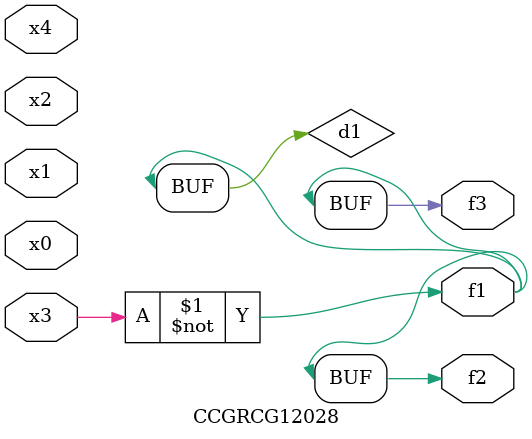
<source format=v>
module CCGRCG12028(
	input x0, x1, x2, x3, x4,
	output f1, f2, f3
);

	wire d1, d2;

	xnor (d1, x3);
	not (d2, x1);
	assign f1 = d1;
	assign f2 = d1;
	assign f3 = d1;
endmodule

</source>
